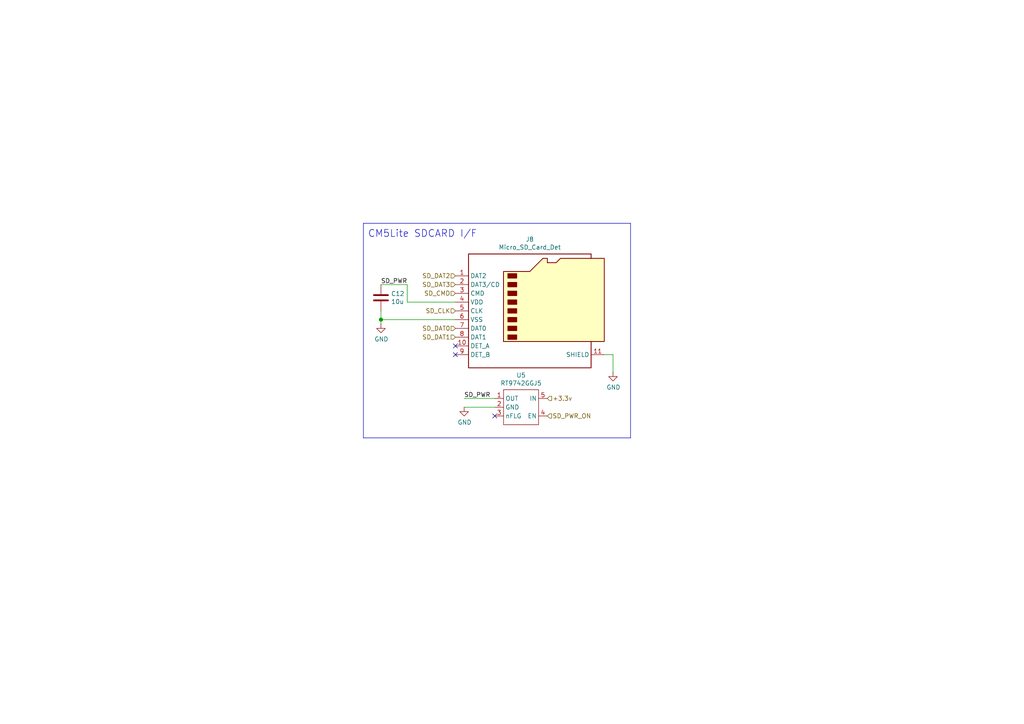
<source format=kicad_sch>
(kicad_sch (version 20231120) (generator "eeschema") (generator_version "8.0")
  (paper "A4")
  (lib_symbols
    (symbol "CM5IO:RT9742GGJ5"
      (property "Reference" "U" (at 0 0 0))
      (property "Value" "RT9742GGJ5" (at 0 0 0))
      (symbol "RT9742GGJ5_0_0"
        (pin power_out line (at -8.89 10.16 0) (length 2.54) (name "OUT") (number "1"))
        (pin power_in line (at -8.89 7.62 0) (length 2.54) (name "GND") (number "2"))
        (pin open_collector line (at -8.89 5.08 0) (length 2.54) (name "nFLG") (number "3"))
        (pin input line (at 6.35 5.08 180) (length 2.54) (name "EN") (number "4"))
        (pin power_in line (at 6.35 10.16 180) (length 2.54) (name "IN") (number "5"))
      )
      (symbol "RT9742GGJ5_0_1"
        (rectangle (start -6.35 12.7) (end 3.81 2.54))
      )
    )
    (symbol "Connector:Micro_SD_Card_Det2"
      (property "Reference" "J" (at -16.51 17.78 0))
      (property "Value" "Micro_SD_Card_Det2" (at 16.51 17.78 0))
      (symbol "Micro_SD_Card_Det2_0_1"
        (rectangle (start -7.62 -6.985) (end -5.08 -8.255) (stroke (width 0.254)) (fill (type outline)))
        (rectangle (start -7.62 -4.445) (end -5.08 -5.715) (stroke (width 0.254)) (fill (type outline)))
        (rectangle (start -7.62 -1.905) (end -5.08 -3.175) (stroke (width 0.254)) (fill (type outline)))
        (rectangle (start -7.62 0.635) (end -5.08 -0.635) (stroke (width 0.254)) (fill (type outline)))
        (rectangle (start -7.62 3.175) (end -5.08 1.905) (stroke (width 0.254)) (fill (type outline)))
        (rectangle (start -7.62 5.715) (end -5.08 4.445) (stroke (width 0.254)) (fill (type outline)))
        (rectangle (start -7.62 8.255) (end -5.08 6.985) (stroke (width 0.254)) (fill (type outline)))
        (rectangle (start -7.62 10.795) (end -5.08 9.525) (stroke (width 0.254)) (fill (type outline)))
        (polyline (pts (xy 16.51 15.24) (xy 16.51 16.51) (xy -19.05 16.51) (xy -19.05 -16.51) (xy 16.51 -16.51) (xy 16.51 -8.89)) (stroke (width 0.254)))
        (polyline (pts (xy -8.89 -8.89) (xy -8.89 11.43) (xy -1.27 11.43) (xy 2.54 15.24) (xy 3.81 15.24) (xy 3.81 13.97) (xy 6.35 13.97) (xy 7.62 15.24) (xy 20.32 15.24) (xy 20.32 -8.89) (xy -8.89 -8.89)) (stroke (width 0.254)) (fill (type background)))
      )
      (symbol "Micro_SD_Card_Det2_1_1"
        (pin bidirectional line (at -22.86 10.16 0) (length 3.81) (name "DAT2") (number "1"))
        (pin passive line (at -22.86 -10.16 0) (length 3.81) (name "DET_A") (number "10"))
        (pin passive line (at 20.32 -12.7 180) (length 3.81) (name "SHIELD") (number "11"))
        (pin bidirectional line (at -22.86 7.62 0) (length 3.81) (name "DAT3/CD") (number "2"))
        (pin input line (at -22.86 5.08 0) (length 3.81) (name "CMD") (number "3"))
        (pin power_in line (at -22.86 2.54 0) (length 3.81) (name "VDD") (number "4"))
        (pin input line (at -22.86 0 0) (length 3.81) (name "CLK") (number "5"))
        (pin power_in line (at -22.86 -2.54 0) (length 3.81) (name "VSS") (number "6"))
        (pin bidirectional line (at -22.86 -5.08 0) (length 3.81) (name "DAT0") (number "7"))
        (pin bidirectional line (at -22.86 -7.62 0) (length 3.81) (name "DAT1") (number "8"))
        (pin passive line (at -22.86 -12.7 0) (length 3.81) (name "DET_B") (number "9"))
      )
    )
    (symbol "Device:C" (pin_numbers hide) (pin_names (offset 0.254))
      (property "Reference" "C" (at 0.635 2.54 0))
      (property "Value" "C" (at 0.635 -2.54 0))
      (symbol "C_0_1"
        (polyline (pts (xy -2.032 -0.762) (xy 2.032 -0.762)) (stroke (width 0.508)))
        (polyline (pts (xy -2.032 0.762) (xy 2.032 0.762)) (stroke (width 0.508)))
      )
      (symbol "C_1_1"
        (pin passive line (at 0 3.81 270) (length 2.794) (name "~") (number "1"))
        (pin passive line (at 0 -3.81 90) (length 2.794) (name "~") (number "2"))
      )
    )
    (symbol "power:GND" (power) (pin_numbers hide) (pin_names (offset 0) hide)
      (property "Value" "GND" (at 0 -3.81 0))
      (symbol "GND_0_1"
        (polyline (pts (xy 0 0) (xy 0 -1.27) (xy 1.27 -1.27) (xy 0 -2.54) (xy -1.27 -1.27) (xy 0 -1.27)))
      )
      (symbol "GND_1_1"
        (pin power_in line (at 0 0 270) (length 0) (name "~") (number "1"))
      )
    )
  )
  (junction (at 110.49 92.71) (diameter 1.016))
  (no_connect (at 132.08 100.33))
  (no_connect (at 143.51 120.65))
  (no_connect (at 132.08 102.87))
  (wire (pts (xy 177.8 102.87) (xy 177.8 107.95)))
  (wire (pts (xy 110.49 92.71) (xy 110.49 93.98)))
  (wire (pts (xy 110.49 82.55) (xy 118.11 82.55)))
  (wire (pts (xy 143.51 118.11) (xy 134.62 118.11)))
  (polyline (pts (xy 182.88 127) (xy 105.41 127)) (stroke (width 0) (type solid)))
  (wire (pts (xy 110.49 90.17) (xy 110.49 92.71)))
  (polyline (pts (xy 105.41 127) (xy 105.41 64.77)) (stroke (width 0) (type solid)))
  (polyline (pts (xy 182.88 64.77) (xy 182.88 127)) (stroke (width 0) (type solid)))
  (wire (pts (xy 175.26 102.87) (xy 177.8 102.87)))
  (wire (pts (xy 143.51 115.57) (xy 134.62 115.57)))
  (wire (pts (xy 110.49 92.71) (xy 132.08 92.71)))
  (polyline (pts (xy 105.41 64.77) (xy 182.88 64.77)) (stroke (width 0) (type solid)))
  (wire (pts (xy 132.08 87.63) (xy 118.11 87.63)))
  (wire (pts (xy 118.11 87.63) (xy 118.11 82.55)))
  (text "CM5Lite SDCARD I/F" (at 106.68 69.088 0) (effects (font (size 2.032 2.032)) (justify left bottom)))
  (label "SD_PWR" (at 110.49 82.55 0))
  (label "SD_PWR" (at 134.62 115.57 0))
  (hierarchical_label "SD_CLK" (shape input) (at 132.08 90.17 180))
  (hierarchical_label "SD_DAT3" (shape input) (at 132.08 82.55 180))
  (hierarchical_label "SD_DAT0" (shape input) (at 132.08 95.25 180))
  (hierarchical_label "SD_CMD" (shape input) (at 132.08 85.09 180))
  (hierarchical_label "SD_DAT1" (shape input) (at 132.08 97.79 180))
  (hierarchical_label "SD_PWR_ON" (shape input) (at 158.75 120.65 0))
  (hierarchical_label "+3.3v" (shape input) (at 158.75 115.57 0))
  (hierarchical_label "SD_DAT2" (shape input) (at 132.08 80.01 180))
  (symbol (lib_id "power:GND") (at 134.62 118.11 0) (unit 1)
    (property "Reference" "#PWR036" (effects (hide yes)))
    (property "Value" "GND" (at 134.747 122.5042 0))
    (property "Description" "Power symbol creates a global label with name \"GND\" , ground" (effects (hide yes)))
  )
  (symbol (lib_id "Device:C") (at 110.49 86.36 0) (unit 1)
    (property "Reference" "C12" (at 113.411 85.1916 0) (effects (justify left)))
    (property "Value" "10u" (at 113.411 87.503 0) (effects (justify left)))
    (property "Footprint" "Capacitor_SMD:C_0805_2012Metric" (effects (hide yes)))
    (property "Datasheet" "https://search.murata.co.jp/Ceramy/image/img/A01X/G101/ENG/GRM21BR71A106KA73-01.pdf" (effects (hide yes)))
    (property "Field5" "490-14381-1-ND" (effects (hide yes)))
    (property "Field4" "Digikey" (effects (hide yes)))
    (property "Field6" "GRM21BR71A106KA73L" (effects (hide yes)))
    (property "Field7" "Murata" (effects (hide yes)))
    (property "Part Description" "	10uF 10% 10V Ceramic Capacitor X7R 0805 (2012 Metric)" (effects (hide yes)))
    (property "Field8" "111893011" (effects (hide yes)))
  )
  (symbol (lib_id "Connector:Micro_SD_Card_Det2") (at 154.94 90.17 0) (unit 1)
    (property "Reference" "J8" (at 153.67 69.4182 0))
    (property "Value" "Micro_SD_Card_Det" (at 153.67 71.7296 0))
    (property "Footprint" "CM5IO:SDCARD_MOLEX_503398-1892" (effects (hide yes)))
    (property "Datasheet" "https://www.hirose.com/product/en/download_file/key_name/DM3/category/Catalog/doc_file_id/49662/?file_category_id=4&item_id=195&is_series=1" (effects (hide yes)))
    (property "Field4" "Farnell" (effects (hide yes)))
    (property "Field5" "2358234" (effects (hide yes)))
    (property "Field6" "503398-1892" (effects (hide yes)))
    (property "Field7" "Molex" (effects (hide yes)))
    (property "Part Description" "9 (8 + 1) Position Card Connector microSD™ Surface Mount, Right Angle Gold" (effects (hide yes)))
    (property "Field8" "UCON00512" (effects (hide yes)))
  )
  (symbol (lib_id "power:GND") (at 110.49 93.98 0) (unit 1)
    (property "Reference" "#PWR035" (effects (hide yes)))
    (property "Value" "GND" (at 110.617 98.3742 0))
    (property "Description" "Power symbol creates a global label with name \"GND\" , ground" (effects (hide yes)))
  )
  (symbol (lib_id "CM5IO:RT9742GGJ5") (at 152.4 125.73 0) (unit 1)
    (property "Reference" "U5" (at 151.13 108.839 0))
    (property "Value" "RT9742GGJ5" (at 151.13 111.1504 0))
    (property "Footprint" "Package_TO_SOT_SMD:SOT-23-5" (effects (hide yes)))
    (property "Datasheet" "https://www.richtek.com/assets/product_file/RT9742/DS9742-00.pdf" (effects (hide yes)))
    (property "Field4" "Farnell" (effects (hide yes)))
    (property "Field5" "	2545875" (effects (hide yes)))
    (property "Field6" "RT9742GGJ5" (effects (hide yes)))
    (property "Field7" "RichTek" (effects (hide yes)))
    (property "Field8" "USWI00166" (effects (hide yes)))
    (property "Part Description" "	Power Switch/Driver 1:1 N-Channel 1A TSOT-23-5" (effects (hide yes)))
  )
  (symbol (lib_id "power:GND") (at 177.8 107.95 0) (unit 1)
    (property "Reference" "#PWR037" (effects (hide yes)))
    (property "Value" "GND" (at 177.927 112.3442 0))
    (property "Description" "Power symbol creates a global label with name \"GND\" , ground" (effects (hide yes)))
  )
)
</source>
